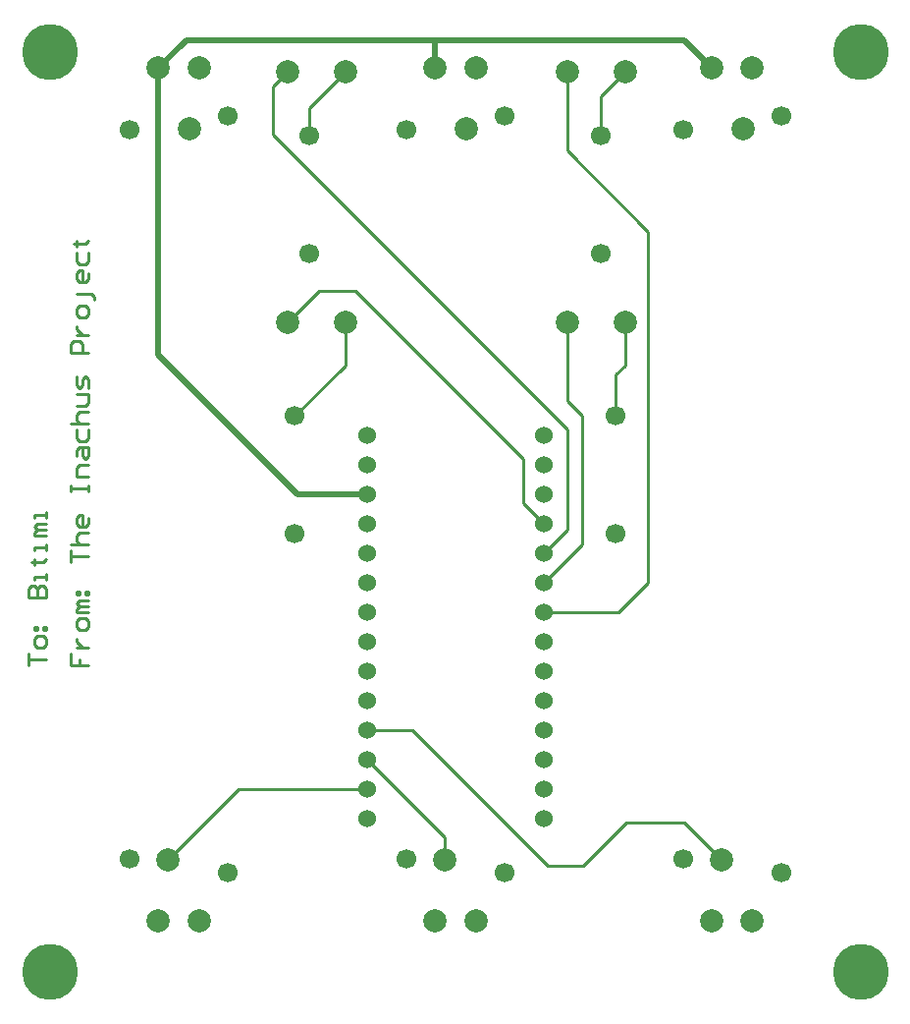
<source format=gtl>
G04 Layer_Physical_Order=1*
G04 Layer_Color=25308*
%FSLAX25Y25*%
%MOIN*%
G70*
G01*
G75*
%ADD10C,0.02000*%
%ADD11C,0.01000*%
%ADD12C,0.19000*%
%ADD13C,0.06000*%
%ADD14C,0.06693*%
%ADD15C,0.07874*%
D10*
X145130Y330000D02*
X229626D01*
X60634D02*
X145130D01*
Y320555D02*
Y330000D01*
X229626D02*
X239071Y320555D01*
X51189D02*
X60634Y330000D01*
X51189Y223311D02*
Y320555D01*
Y223311D02*
X98500Y176000D01*
X122000D01*
D11*
X114626Y219626D02*
Y234095D01*
X97500Y202500D02*
X114626Y219626D01*
X175000Y173000D02*
X182000Y166000D01*
X175000Y173000D02*
Y188000D01*
X118000Y245000D02*
X175000Y188000D01*
X105847Y245000D02*
X118000D01*
X94941Y234095D02*
X105847Y245000D01*
X182000Y146000D02*
X195000Y159000D01*
Y202500D01*
X189941Y207559D02*
X195000Y202500D01*
X189941Y207559D02*
Y234095D01*
X182000Y136000D02*
X207500D01*
X217500Y146000D01*
Y265000D01*
X189941Y292559D02*
X217500Y265000D01*
X189941Y292559D02*
Y319094D01*
X182000Y156000D02*
X190000Y164000D01*
Y198000D01*
X90000Y298000D02*
X190000Y198000D01*
X90000Y298000D02*
Y314154D01*
X102500Y306968D02*
X114626Y319094D01*
X102500Y297500D02*
Y306968D01*
X90000Y314154D02*
X94941Y319094D01*
X122000Y96000D02*
X137500D01*
X183500Y50000D01*
X195500D01*
X210000Y64500D01*
X229575D01*
X242220Y51854D01*
X122000Y86000D02*
X148280Y59720D01*
Y51854D02*
Y59720D01*
X78484Y76000D02*
X122000D01*
X54339Y51854D02*
X78484Y76000D01*
X206500Y202500D02*
Y216500D01*
X209626Y219626D01*
Y234095D01*
X201500Y310968D02*
X209626Y319094D01*
X201500Y297500D02*
Y310968D01*
X121500Y186000D02*
X122000D01*
X7002Y118000D02*
Y121999D01*
Y119999D01*
X13000D01*
Y124998D02*
Y126997D01*
X12000Y127997D01*
X10001D01*
X9001Y126997D01*
Y124998D01*
X10001Y123998D01*
X12000D01*
X13000Y124998D01*
X9001Y129996D02*
Y130996D01*
X10001D01*
Y129996D01*
X9001D01*
X12000D02*
Y130996D01*
X13000D01*
Y129996D01*
X12000D01*
X7002Y140993D02*
X13000D01*
Y143992D01*
X12000Y144991D01*
X11001D01*
X10001Y143992D01*
Y140993D01*
Y143992D01*
X9001Y144991D01*
X8002D01*
X7002Y143992D01*
Y140993D01*
X13000Y146991D02*
Y148990D01*
Y147990D01*
X9001D01*
Y146991D01*
X8002Y152989D02*
X9001D01*
Y151989D01*
Y153988D01*
Y152989D01*
X12000D01*
X13000Y153988D01*
Y156987D02*
Y158987D01*
Y157987D01*
X9001D01*
Y156987D01*
X13000Y161986D02*
X9001D01*
Y162985D01*
X10001Y163985D01*
X13000D01*
X10001D01*
X9001Y164985D01*
X10001Y165984D01*
X13000D01*
Y167984D02*
Y169983D01*
Y168983D01*
X9001D01*
Y167984D01*
X21502Y121999D02*
Y118000D01*
X24501D01*
Y119999D01*
Y118000D01*
X27500D01*
X23501Y123998D02*
X27500D01*
X25501D01*
X24501Y124998D01*
X23501Y125997D01*
Y126997D01*
X27500Y130996D02*
Y132995D01*
X26500Y133995D01*
X24501D01*
X23501Y132995D01*
Y130996D01*
X24501Y129996D01*
X26500D01*
X27500Y130996D01*
Y135994D02*
X23501D01*
Y136994D01*
X24501Y137994D01*
X27500D01*
X24501D01*
X23501Y138993D01*
X24501Y139993D01*
X27500D01*
X23501Y141992D02*
Y142992D01*
X24501D01*
Y141992D01*
X23501D01*
X26500D02*
Y142992D01*
X27500D01*
Y141992D01*
X26500D01*
X21502Y152989D02*
Y156987D01*
Y154988D01*
X27500D01*
X21502Y158987D02*
X27500D01*
X24501D01*
X23501Y159986D01*
Y161986D01*
X24501Y162985D01*
X27500D01*
Y167984D02*
Y165984D01*
X26500Y164985D01*
X24501D01*
X23501Y165984D01*
Y167984D01*
X24501Y168983D01*
X25501D01*
Y164985D01*
X21502Y176981D02*
Y178980D01*
Y177981D01*
X27500D01*
Y176981D01*
Y178980D01*
Y181979D02*
X23501D01*
Y184978D01*
X24501Y185978D01*
X27500D01*
X23501Y188977D02*
Y190976D01*
X24501Y191976D01*
X27500D01*
Y188977D01*
X26500Y187977D01*
X25501Y188977D01*
Y191976D01*
X23501Y197974D02*
Y194975D01*
X24501Y193975D01*
X26500D01*
X27500Y194975D01*
Y197974D01*
X21502Y199973D02*
X27500D01*
X24501D01*
X23501Y200973D01*
Y202973D01*
X24501Y203972D01*
X27500D01*
X23501Y205972D02*
X26500D01*
X27500Y206971D01*
Y209970D01*
X23501D01*
X27500Y211970D02*
Y214969D01*
X26500Y215968D01*
X25501Y214969D01*
Y212969D01*
X24501Y211970D01*
X23501Y212969D01*
Y215968D01*
X27500Y223966D02*
X21502D01*
Y226965D01*
X22502Y227964D01*
X24501D01*
X25501Y226965D01*
Y223966D01*
X23501Y229964D02*
X27500D01*
X25501D01*
X24501Y230963D01*
X23501Y231963D01*
Y232963D01*
X27500Y236962D02*
Y238961D01*
X26500Y239961D01*
X24501D01*
X23501Y238961D01*
Y236962D01*
X24501Y235962D01*
X26500D01*
X27500Y236962D01*
X29499Y241960D02*
Y242960D01*
X28500Y243959D01*
X23501D01*
X27500Y250957D02*
Y248958D01*
X26500Y247958D01*
X24501D01*
X23501Y248958D01*
Y250957D01*
X24501Y251957D01*
X25501D01*
Y247958D01*
X23501Y257955D02*
Y254956D01*
X24501Y253956D01*
X26500D01*
X27500Y254956D01*
Y257955D01*
X22502Y260954D02*
X23501D01*
Y259954D01*
Y261953D01*
Y260954D01*
X26500D01*
X27500Y261953D01*
D12*
X289750Y326000D02*
D03*
X14250D02*
D03*
Y14000D02*
D03*
X289750D02*
D03*
D13*
X182000Y196000D02*
D03*
Y186000D02*
D03*
Y176000D02*
D03*
Y166000D02*
D03*
Y156000D02*
D03*
Y146000D02*
D03*
Y136000D02*
D03*
X122000D02*
D03*
Y146000D02*
D03*
Y176000D02*
D03*
Y186000D02*
D03*
Y196000D02*
D03*
Y156000D02*
D03*
Y166000D02*
D03*
Y126000D02*
D03*
Y116000D02*
D03*
Y106000D02*
D03*
Y96000D02*
D03*
Y86000D02*
D03*
Y76000D02*
D03*
Y66000D02*
D03*
X182000D02*
D03*
Y76000D02*
D03*
Y86000D02*
D03*
Y96000D02*
D03*
Y106000D02*
D03*
Y116000D02*
D03*
Y126000D02*
D03*
D14*
X97500Y202500D02*
D03*
Y162500D02*
D03*
X102500Y297500D02*
D03*
Y257500D02*
D03*
X206500Y202500D02*
D03*
Y162500D02*
D03*
X201500Y297500D02*
D03*
Y257500D02*
D03*
X229228Y52248D02*
D03*
Y299492D02*
D03*
X262693Y304217D02*
D03*
Y47524D02*
D03*
X135287Y52248D02*
D03*
Y299492D02*
D03*
X168752Y304217D02*
D03*
Y47524D02*
D03*
X41346Y52248D02*
D03*
Y299492D02*
D03*
X74811Y304217D02*
D03*
Y47524D02*
D03*
D15*
X252851Y320555D02*
D03*
X239071D02*
D03*
X249701Y299886D02*
D03*
X242220Y51854D02*
D03*
X252851Y31185D02*
D03*
X239071D02*
D03*
X158909Y320555D02*
D03*
X145130D02*
D03*
X155760Y299886D02*
D03*
X148280Y51854D02*
D03*
X158909Y31185D02*
D03*
X145130D02*
D03*
X64968Y320555D02*
D03*
X51189D02*
D03*
X61819Y299886D02*
D03*
X54339Y51854D02*
D03*
X64968Y31185D02*
D03*
X51189D02*
D03*
X209626Y319094D02*
D03*
X189941D02*
D03*
X209626Y234095D02*
D03*
X189941D02*
D03*
X114626Y319094D02*
D03*
X94941D02*
D03*
X114626Y234095D02*
D03*
X94941D02*
D03*
M02*

</source>
